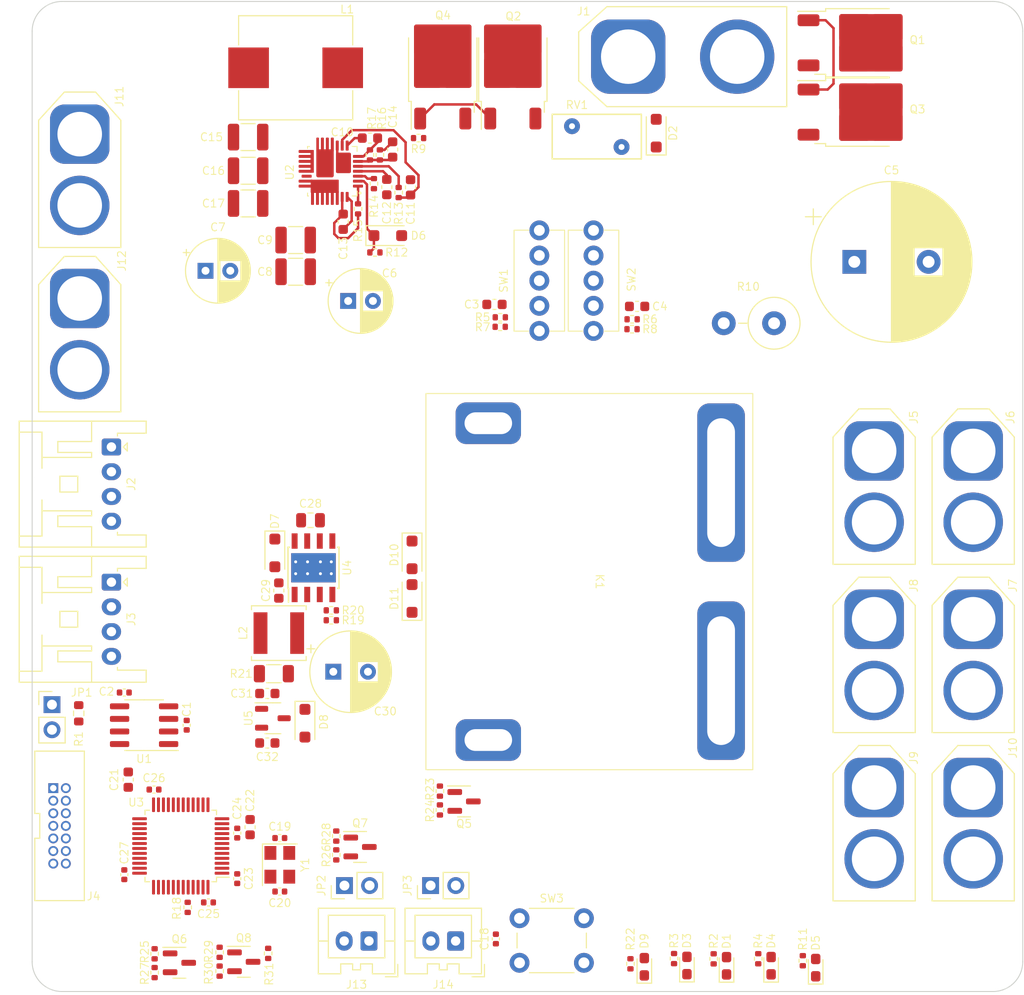
<source format=kicad_pcb>
(kicad_pcb (version 20221018) (generator pcbnew)
  (layers (0 "F.Cu" signal) (31 "B.Cu" signal) (34 "B.Paste" user) (35 "F.Paste" user) (36 "B.SilkS" user "B.Silkscreen") (37 "F.SilkS" user "F.Silkscreen") (38 "B.Mask" user) (39 "F.Mask" user) (44 "Edge.Cuts" user))
  (net 0 "")
  (net 1 "GND")
  (net 2 "+5V")
  (net 3 "+3.3V")
  (net 4 "+BATT")
  (net 5 "Net-(Q1-G)")
  (net 6 "Net-(Q2-G)")
  (net 7 "Actuator_Power")
  (net 8 "Logic_line_Power")
  (net 9 "+12V")
  (net 10 "/Stepdown_12V_8A/GND")
  (net 11 "Net-(U2-V_{CC})")
  (net 12 "Net-(U2-SS)")
  (net 13 "Net-(C13-Pad1)")
  (net 14 "Net-(U2-BST)")
  (net 15 "Net-(U2-FB)")
  (net 16 "Net-(SW3-B)")
  (net 17 "Net-(U3-PD1)")
  (net 18 "Net-(U3-PD0)")
  (net 19 "Net-(U4-BOOT)")
  (net 20 "Net-(D7-K)")
  (net 21 "Net-(D1-A)")
  (net 22 "Net-(D3-A)")
  (net 23 "Net-(D4-A)")
  (net 24 "Net-(D5-A)")
  (net 25 "Net-(D6-K)")
  (net 26 "Net-(D11-K)")
  (net 27 "Net-(D9-A)")
  (net 28 "Net-(D10-A)")
  (net 29 "Net-(J2-Pin_3)")
  (net 30 "Net-(J2-Pin_4)")
  (net 33 "/STM32F103/SWDIO")
  (net 34 "/STM32F103/SWCLK")
  (net 35 "/STM32F103/SWO")
  (net 42 "/Power_relay/Main_power_OUT")
  (net 43 "Net-(J13-Pin_1)")
  (net 44 "Net-(J13-Pin_2)")
  (net 45 "/EMS/Relay_Signal_OUT")
  (net 46 "Net-(JP1-A)")
  (net 47 "Net-(Q1-D)")
  (net 48 "Net-(Q2-D)")
  (net 49 "Net-(Q5-G)")
  (net 50 "Net-(Q6-G)")
  (net 51 "Net-(Q6-D)")
  (net 52 "Net-(Q7-G)")
  (net 53 "Net-(Q8-G)")
  (net 54 "/EMS/MCU_EMS_Observe")
  (net 55 "MCU_running")
  (net 56 "Net-(SW1-B)")
  (net 57 "Net-(SW2-B)")
  (net 58 "Net-(U2-P_{GOOD})")
  (net 59 "Net-(U2-T_{ON})")
  (net 60 "Net-(U2-I_{LIM})")
  (net 61 "Net-(U3-BOOT0)")
  (net 62 "Net-(U4-VSENSE)")
  (net 63 "/EMS/MCU_EMC_signal")
  (net 64 "/STM32F103/CAN_TX")
  (net 65 "/STM32F103/CAN_RX")
  (footprint "Capacitor_SMD:C_0402_1005Metric" (layer "F.Cu") (at 112.3 129.6)
    (fp_text reference "C26")
    (fp_text value "0.1uF")
  )
  (footprint "Capacitor_THT:CP_Radial_D6.3mm_P2.50mm" (layer "F.Cu") (at 131.9 80.25)
    (fp_text reference "C6")
    (fp_text value "100uF")
  )
  (footprint "Capacitor_SMD:C_0402_1005Metric" (layer "F.Cu") (at 117.8 141 180)
    (fp_text reference "C25")
    (fp_text value "0.1uF")
  )
  (footprint "Resistor_SMD:R_0402_1005Metric" (layer "F.Cu") (at 118.925 146.04 90)
    (fp_text reference "R29")
    (fp_text value "100")
  )
  (footprint "Resistor_SMD:R_0402_1005Metric" (layer "F.Cu") (at 130.2 111.5 180)
    (fp_text reference "R20")
    (fp_text value "3.9k")
  )
  (footprint "Resistor_SMD:R_0402_1005Metric" (layer "F.Cu") (at 139.01 63.8 180)
    (fp_text reference "R9")
    (fp_text value "10k")
  )
  (footprint "LED_SMD:LED_0603_1608Metric_Pad1.05x0.95mm_HandSolder" (layer "F.Cu") (at 174.6 147.39 90)
    (fp_text reference "D4")
    (fp_text value "LED")
  )
  (footprint "Resistor_SMD:R_0402_1005Metric" (layer "F.Cu") (at 160.56 83.1 180)
    (fp_text reference "R8")
    (fp_text value "10k")
  )
  (footprint "Resistor_SMD:R_0402_1005Metric" (layer "F.Cu") (at 112.3625 146.19 90)
    (fp_text reference "R25")
    (fp_text value "100")
  )
  (footprint "Resistor_SMD:R_0402_1005Metric" (layer "F.Cu") (at 141.1625 131.66 -90)
    (fp_text reference "R24")
    (fp_text value "10k")
  )
  (footprint "Capacitor_SMD:C_0603_1608Metric" (layer "F.Cu") (at 146.67 80.6)
    (fp_text reference "C3")
    (fp_text value "0.1uF")
  )
  (footprint "Connector_JST:JST_XA_B02B-XASK-1_1x02_P2.50mm_Vertical" (layer "F.Cu") (at 134 144.9 180)
    (fp_text reference "J13")
    (fp_text value "Conn_01x02")
  )
  (footprint "Capacitor_THT:CP_Radial_D8.0mm_P3.50mm" (layer "F.Cu") (at 130.4 117.7)
    (fp_text reference "C30")
    (fp_text value "220uF")
  )
  (footprint "Resistor_SMD:R_0402_1005Metric" (layer "F.Cu") (at 134.6 75.35 180)
    (fp_text reference "R12")
    (fp_text value "10k")
  )
  (footprint "Resistor_SMD:R_1206_3216Metric" (layer "F.Cu") (at 124.4 117.9 180)
    (fp_text reference "R21")
    (fp_text value "10k")
  )
  (footprint "Resistor_SMD:R_0402_1005Metric" (layer "F.Cu") (at 164.8 146.675 90)
    (fp_text reference "R3")
    (fp_text value "10k")
  )
  (footprint "Package_TO_SOT_SMD:TO-252-2" (layer "F.Cu") (at 141.45 56.785 90)
    (fp_text reference "Q4")
    (fp_text value "Q_PMOS_GSD")
  )
  (footprint "Capacitor_SMD:C_0603_1608Metric" (layer "F.Cu") (at 138.2 68.775 90)
    (fp_text reference "C11")
    (fp_text value "4.7u")
  )
  (footprint "Capacitor_SMD:C_0402_1005Metric" (layer "F.Cu") (at 115.6 123.1 90)
    (fp_text reference "C1")
    (fp_text value "0.1uF")
  )
  (footprint "Resistor_SMD:R_0402_1005Metric" (layer "F.Cu") (at 134.5 68.4 -90)
    (fp_text reference "R14")
    (fp_text value "205k")
  )
  (footprint "Package_TO_SOT_SMD:TO-252-2" (layer "F.Cu") (at 148.525 56.785 90)
    (fp_text reference "Q2")
    (fp_text value "Q_PMOS_GSD")
  )
  (footprint "RDC_generic:XR76208" (layer "F.Cu") (at 130.3 67.15)
    (fp_text reference "U2")
    (fp_text value "XR76208")
  )
  (footprint "Resistor_SMD:R_0402_1005Metric" (layer "F.Cu") (at 118.925 147.94 -90)
    (fp_text reference "R30")
    (fp_text value "10k")
  )
  (footprint "Capacitor_SMD:C_0603_1608Metric" (layer "F.Cu") (at 123.7375 119.9 180)
    (fp_text reference "C31")
    (fp_text value "1uF")
  )
  (footprint "Capacitor_SMD:C_0603_1608Metric" (layer "F.Cu") (at 123.7375 124.9 180)
    (fp_text reference "C32")
    (fp_text value "1uF")
  )
  (footprint "Connector_AMASS:AMASS_XT60-F_1x02_P7.20mm_Vertical" (layer "F.Cu") (at 104.8 63.4 -90)
    (fp_text reference "J11")
    (fp_text value "Conn_01x02")
  )
  (footprint "Diode_SMD:D_SOD-123F" (layer "F.Cu") (at 124.5 105.7 -90)
    (fp_text reference "D7")
    (fp_text value "D_Schottky")
  )
  (footprint "Capacitor_SMD:C_1210_3225Metric" (layer "F.Cu") (at 121.8 63.7)
    (fp_text reference "C15")
    (fp_text value "47uF")
  )
  (footprint "Capacitor_SMD:C_0603_1608Metric" (layer "F.Cu") (at 124.9 109.5 90)
    (fp_text reference "C29")
    (fp_text value "0.01uF")
  )
  (footprint "Resistor_SMD:R_0402_1005Metric" (layer "F.Cu") (at 112.3625 148.09 -90)
    (fp_text reference "R27")
    (fp_text value "10k")
  )
  (footprint "RDC_generic:JTAG_box_connector" (layer "F.Cu") (at 102.765 142.22)
    (fp_text reference "J4")
    (fp_text value "STlink_v3")
  )
  (footprint "Package_TO_SOT_SMD:SOT-23" (layer "F.Cu") (at 143.6 130.8)
    (fp_text reference "Q5")
    (fp_text value "Q_NMOS_GSD")
  )
  (footprint "Connector_JST:JST_XA_S04B-XASK-1_1x04_P2.50mm_Horizontal" (layer "F.Cu") (at 108 95 -90)
    (fp_text reference "J2")
    (fp_text value "Conn_01x04")
  )
  (footprint "Resistor_SMD:R_0402_1005Metric" (layer "F.Cu") (at 137 69.3 -90)
    (fp_text reference "R13")
    (fp_text value "10k")
  )
  (footprint "Connector_PinHeader_2.54mm:PinHeader_1x02_P2.54mm_Vertical" (layer "F.Cu") (at 140.225 139.3 90)
    (fp_text reference "JP3")
    (fp_text value "Jumper")
  )
  (footprint "LED_SMD:LED_0603_1608Metric_Pad1.05x0.95mm_HandSolder" (layer "F.Cu") (at 161.8 147.5 90)
    (fp_text reference "D9")
    (fp_text value "LED")
  )
  (footprint "Diode_SMD:D_SOD-123F" (layer "F.Cu") (at 138.35 105.9 -90)
    (fp_text reference "D10")
    (fp_text value "D_Schottky")
  )
  (footprint "Capacitor_SMD:C_1210_3225Metric" (layer "F.Cu") (at 126.6 77.3 180)
    (fp_text reference "C8")
    (fp_text value "10u")
  )
  (footprint "Varistor:RV_Disc_D9mm_W4.5mm_P5mm" (layer "F.Cu") (at 159.5 64.7 180)
    (fp_text reference "RV1")
    (fp_text value "Varistor")
  )
  (footprint "Connector_AMASS:AMASS_XT60-F_1x02_P7.20mm_Vertical" (layer "F.Cu") (at 185 112.4 -90)
    (fp_text reference "J8")
    (fp_text value "Conn_01x02")
  )
  (footprint "Connector_PinHeader_2.54mm:PinHeader_1x02_P2.54mm_Vertical" (layer "F.Cu") (at 131.525 139.3 90)
    (fp_text reference "JP2")
    (fp_text value "Jumper")
  )
  (footprint "Capacitor_THT:CP_Radial_D16.0mm_P7.50mm" (layer "F.Cu") (at 183 76.3)
    (fp_text reference "C5")
    (fp_text value "1000uF")
  )
  (footprint "Connector_AMASS:AMASS_XT60-F_1x02_P7.20mm_Vertical" (layer "F.Cu") (at 195 129.4 -90)
    (fp_text reference "J10")
    (fp_text value "Conn_01x02")
  )
  (footprint "Capacitor_SMD:C_0402_1005Metric" (layer "F.Cu") (at 120.7 138.6 -90)
    (fp_text reference "C23")
    (fp_text value "0.1uF")
  )
  (footprint "Crystal:Crystal_SMD_SeikoEpson_FA238V-4Pin_3.2x2.5mm" (layer "F.Cu") (at 125 137.2 -90)
    (fp_text reference "Y1")
    (fp_text value "12MHz")
  )
  (footprint "Connector_AMASS:AMASS_XT60-F_1x02_P7.20mm_Vertical" (layer "F.Cu") (at 104.8 80 -90)
    (fp_text reference "J12")
    (fp_text value "Conn_01x02")
  )
  (footprint "Capacitor_SMD:C_0603_1608Metric" (layer "F.Cu") (at 122 133.4 -90)
    (fp_text reference "C22")
    (fp_text value "10uF")
  )
  (footprint "Package_TO_SOT_SMD:SOT-23-3" (layer "F.Cu") (at 124.3 122.4)
    (fp_text reference "U5")
    (fp_text value "XC6206P332MR-G")
  )
  (footprint "Diode_SMD:D_SOD-123F" (layer "F.Cu") (at 163 63.3 90)
    (fp_text reference "D2")
    (fp_text value "D")
  )
  (footprint "Capacitor_SMD:C_0402_1005Metric" (layer "F.Cu") (at 146.8125 144.69 90)
    (fp_text reference "C18")
    (fp_text value "0.1uF")
  )
  (footprint "Capacitor_SMD:C_0402_1005Metric" (layer "F.Cu") (at 120.7 134 -90)
    (fp_text reference "C24")
    (fp_text value "0.1uF")
  )
  (footprint "Diode_SMD:D_SOD-123F" (layer "F.Cu") (at 127.5375 122.9 -90)
    (fp_text reference "D8")
    (fp_text value "D_Schottky")
  )
  (footprint "Inductor_SMD:L_Sunlord_MWSA1004S" (layer "F.Cu") (at 126.6 56.7 180)
    (fp_text reference "L1")
    (fp_text value "8.2u")
  )
  (footprint "Capacitor_SMD:C_0402_1005Metric" (layer "F.Cu") (at 125 134.5)
    (fp_text reference "C19")
    (fp_text value "10pF")
  )
  (footprint "RDC_generic:Toggle_switch" (layer "F.Cu") (at 151.2 78.2 90)
    (fp_text reference "SW1")
    (fp_text value "SW_SPST")
  )
  (footprint "Resistor_SMD:R_0402_1005Metric" (layer "F.Cu") (at 130.2 112.5)
    (fp_text reference "R19")
    (fp_text value "12k")
  )
  (footprint "Diode_SMD:D_SOD-123F" (layer "F.Cu") (at 135.9 73.65)
    (fp_text reference "D6")
    (fp_text value "D_Zener")
  )
  (footprint "MountingHole:MountingHole_3.2mm_M3" (layer "F.Cu") (at 105 55)
    (fp_text reference "H1" hide)
    (fp_text value "MountingHole")
  )
  (footprint "Capacitor_SMD:C_0402_1005Metric" (layer "F.Cu") (at 109.3 119.8 180)
    (fp_text reference "C2")
    (fp_text value "0.1uF")
  )
  (footprint "Resistor_SMD:R_0402_1005Metric" (layer "F.Cu") (at 147.26 81.9)
    (fp_text reference "R5")
    (fp_text value "10k")
  )
  (footprint "Package_TO_SOT_SMD:TO-252-2" (layer "F.Cu") (at 183.415 61.175)
    (fp_text reference "Q3")
    (fp_text value "Q_PMOS_GSD")
  )
  (footprint "Resistor_SMD:R_0402_1005Metric" (layer "F.Cu") (at 177.8 146.89 90)
    (fp_text reference "R11")
    (fp_text value "10k")
  )
  (footprint "LED_SMD:LED_0603_1608Metric_Pad1.05x0.95mm_HandSolder" (layer "F.Cu") (at 170.1 147.4 90)
    (fp_text reference "D1")
    (fp_text value "LED")
  )
  (footprint "Resistor_SMD:R_0402_1005Metric" (layer "F.Cu") (at 168.8 146.7 90)
    (fp_text reference "R2")
    (fp_text value "10k")
  )
  (footprint "Capacitor_SMD:C_1210_3225Metric" (layer "F.Cu") (at 126.6 74.1 180)
    (fp_text reference "C9")
    (fp_text value "10u")
  )
  (footprint "Package_TO_SOT_SMD:SOT-23" (layer "F.Cu") (at 133.1 135.4)
    (fp_text reference "Q7")
    (fp_text value "Q_PMOS_GSD")
  )
  (footprint "Connector_JST:JST_XA_S04B-XASK-1_1x04_P2.50mm_Horizontal" (layer "F.Cu") (at 108 108.65 -90)
    (fp_text reference "J3")
    (fp_text value "Conn_01x04")
  )
  (footprint "Resistor_SMD:R_0402_1005Metric" (layer "F.Cu") (at 147.25 82.86 180)
    (fp_text reference "R7")
    (fp_text value "10k")
  )
  (footprint "RDC_generic:XT90-M" (layer "F.Cu") (at 165.65 61.7)
    (fp_text reference "J1")
    (fp_text value "Conn_01x02")
  )
  (footprint "Capacitor_SMD:C_0603_1608Metric" (layer "F.Cu") (at 131.4 72.25 -90)
    (fp_text reference "C13")
    (fp_text value "1u")
  )
  (footprint "Resistor_SMD:R_0402_1005Metric" (layer "F.Cu") (at 173.3 146.69 90)
    (fp_text reference "R4")
    (fp_text value "10k")
  )
  (footprint "MountingHole:MountingHole_3.2mm_M3" (layer "F.Cu") (at 105 145)
    (fp_text reference "H3" hide)
    (fp_text value "MountingHole")
  )
  (footprint "Button_Switch_THT:SW_PUSH_6mm_H7.3mm" (layer "F.Cu") (at 149.2 142.6)
    (fp_text reference "SW3")
    (fp_text value "SW_SPST")
  )
  (footprint "Capacitor_SMD:C_0603_1608Metric" (layer "F.Cu") (at 109.7 128.6 90)
    (fp_text reference "C21")
    (fp_text value "10uF")
  )
  (footprint "Resistor_THT:R_Axial_DIN0516_L15.5mm_D5.0mm_P5.08mm_Vertical" (layer "F.Cu") (at 174.9 82.5 180)
    (fp_text reference "R10")
    (fp_text value "10k")
  )
  (footprint "LED_SMD:LED_0603_1608Metric_Pad1.05x0.95mm_HandSolder" (layer "F.Cu") (at 179.1 147.59 90)
    (fp_text reference "D5")
    (fp_text value "LED")
  )
  (footprint "LED_SMD:LED_0603_1608Metric_Pad1.05x0.95mm_HandSolder" (layer "F.Cu") (at 166.1 147.375 90)
    (fp_text reference "D3")
    (fp_text value "LED")
  )
  (footprint "Connector_AMASS:AMASS_XT60-F_1x02_P7.20mm_Vertical" (layer "F.Cu") (at 185 95.4 -90)
    (fp_text reference "J5")
    (fp_text value "Conn_01x02")
  )
  (footprint "Capacitor_SMD:C_0603_1608Metric" (layer "F.Cu") (at 135.8 68.75 -90)
    (fp_text reference "C12")
    (fp_text value "47n")
  )
  (footprint "Capacitor_SMD:C_0603_1608Metric" (layer "F.Cu") (at 161.07 80.8)
    (fp_text reference "C4")
    (fp_text value "0.1uF")
  )
  (footprint "RDC_generic:HE1AN-W-DC12V-Y6" (layer "F.Cu") (at 136.05 108.6 -90)
    (fp_text reference "K1")
    (fp_text value "HE1AN-W-DC12V-Y6")
  )
  (footprint "Capacitor_SMD:C_0805_2012Metric" (layer "F.Cu") (at 128.1 102.4)
    (fp_text reference "C28")
    (fp_text value "10uF")
  )
  (footprint "Connector_JST:JST_XA_B02B-XASK-1_1x02_P2.50mm_Vertical" (layer "F.Cu") (at 142.75 144.9 180)
    (fp_text reference "J14")
    (fp_text value "Conn_01x02")
  )
  (footprint "Connector_AMASS:AMASS_XT60-F_1x02_P7.20mm_Vertical" (layer "F.Cu") (at 195 112.4 -90)
    (fp_text reference "J7")
    (fp_text value "Conn_01x02")
  )
  (footprint "MountingHole:MountingHole_3.2mm_M3" (layer "F.Cu") (at 195 55)
    (fp_text reference "H2" hide)
    (fp_text value "MountingHole")
  )
  (footprint "Package_TO_SOT_SMD:SOT-23" (layer "F.Cu") (at 121.3625 147)
    (fp_text reference "Q8")
    (fp_text value "Q_NMOS_GSD")
  )
  (footprint "Capacitor_THT:CP_Radial_D6.3mm_P2.50mm" (layer "F.Cu") (at 117.5 77.2)
    (fp_text reference "C7")
    (fp_text value "100uF")
  )
  (footprint "Resistor_SMD:R_0402_1005Metric" (layer "F.Cu") (at 160.4 147.2 90)
    (fp_text reference "R22")
    (fp_text value "10k")
  )
  (footprint "Resistor_SMD:R_0402_1005Metric" (layer "F.Cu") (at 135.1 65.5 -90)
    (fp_text reference "R16")
    (fp_text value "38k")
  )
  (footprint "Capacitor_SMD:C_0603_1608Metric" (layer "F.Cu") (at 134.1 63.8)
    (fp_text reference "C10")
    (fp_text value "0.1u")
  )
  (footprint "Package_TO_SOT_SMD:TO-252-2" (layer "F.Cu") (at 183.415 54.175)
    (fp_text reference "Q1")
    (fp_text value "Q_PMOS_GSD")
  )
  (footprint "Resistor_SMD:R_0402_1005Metric" (layer "F.Cu") (at 130.7 134.3 -90)
    (fp_text reference "R28")
    (fp_text value "10k")
  )
  (footprint "Capacitor_SMD:C_0603_1608Metric" (layer "F.Cu") (at 136.39 64.95 -90)
    (fp_text reference "C14")
    (fp_text value "68p")
  )
  (footprint "Resistor_SMD:R_0402_1005Metric" (layer "F.Cu") (at 141.1625 129.76 -90)
    (fp_text reference "R23")
    (fp_text value "100")
  )
  (footprint "Capacitor_SMD:C_1210_3225Metric" (layer "F.Cu") (at 121.8 67.1)
    (fp_text reference "C16")
    (fp_text value "47uF")
  )
  (footprint "Inductor_SMD:L_Sunlord_SWPA5040S" (layer "F.Cu") (at 124.9 113.8)
    (fp_text reference "L2")
    (fp_text value "15uH")
  )
  (footprint "Resistor_SMD:R_0402_1005Metric" (layer "F.Cu") (at 123.825 146.15 -90)
    (fp_text reference "R31")
    (fp_text value "10k")
  )
  (footprint "Connector_PinHeader_2.54mm:PinHeader_1x02_P2.54mm_Vertical" (layer "F.Cu") (at 102 121.025)
    (fp_text reference "JP1")
    (fp_text value "Jumper")
  )
  (footprint "Package_SO:SOIC-8_3.9x4.9mm_P1.27mm" (layer "F.Cu") (at 111.3 123.1 180)
    (fp_text reference "U1")
    (fp_text value "MCP2562-H-SN")
  )
  (footprint "Package_QFP:LQFP-48_7x7mm_P0.5mm" (layer "F.Cu") (at 115 135.3 180)
    (fp_text reference "U3")
    (fp_text value "STM32F103CBTx")
  )
  (footprint "Resistor_SMD:R_0603_1608Metric" (layer "F.Cu") (at 104.7 121.9 -90)
    (fp_text reference "R1")
    (fp_text value "120")
  )
  (footprint "Resistor_SMD:R_0402_1005Metric" (layer "F.Cu") (at 115.7 141.5 -90)
    (fp_text reference "R18")
    (fp_text value "10k")
  )
  (footprint "Package_SO:TI_SO-PowerPAD-8_ThermalVias" (layer "F.Cu") (at 128.4 107.2 90)
    (fp_text reference "U4")
    (fp_text value "TPS5430DDA")
  )
  (footprint "Diode_SMD:D_SOD-123F" (layer "F.Cu") (at 138.35 110.3 90)
    (fp_text reference "D11")
    (fp_text value "D_Zener")
  )
  (footprint "Resistor_SMD:R_0402_1005Metric" (layer "F.Cu") (at 130.7 136.2 90)
    (fp_text reference "R26")
    (fp_text value "10k")
  )
  (footprint "Capacitor_SMD:C_0402_1005Metric" (layer "F.Cu") (at 109.3 138.2 90)
    (fp_text reference "C27")
    (fp_text value "0.1uF")
  )
  (footprint "Capacitor_SMD:C_0402_1005Metric" (layer "F.Cu") (at 125 139.9 180)
    (fp_text reference "C20")
    (fp_text value "10pF")
  )
  (footprint "MountingHole:MountingHole_3.2mm_M3" (layer "F.Cu") (at 195 145)
    (fp_text reference "H4" hide)
    (fp_text value "MountingHole")
  )
  (footprint "Package_TO_SOT_SMD:SOT-23" (layer "F.Cu") (at 114.8625 147.1)
    (fp_text reference "Q6")
    (fp_text value "Q_NMOS_GSD")
  )
  (footprint "Capacitor_SMD:C_1210_3225Metric" (layer "F.Cu") (at 121.8 70.4)
    (fp_text reference "C17")
    (fp_text value "47uF")
  )
  (footprint "RDC_generic:Toggle_switch" (layer "F.Cu") (at 156.67 78.2 90)
    (fp_text reference "SW2")
    (fp_text value "SW_SPST")
  )
  (footprint "Connector_AMASS:AMASS_XT60-F_1x02_P7.20mm_Vertical" (layer "F.Cu") (at 185 129.4 -90)
    (fp_text reference "J9")
    (fp_text value "Conn_01x02")
  )
  (footprint "Resistor_SMD:R_0402_1005Metric" (layer "F.Cu") (at 132.9 70.95 90)
    (fp_text reference "R15")
    (fp_text value "4.7k")
  )
  (footprint "Resistor_SMD:R_0402_1005Metric" (layer "F.Cu") (at 160.57 82.1)
    (fp_text reference "R6")
    (fp_text value "10k")
  )
  (footprint "Connector_AMASS:AMASS_XT60-F_1x02_P7.20mm_Vertical" (layer "F.Cu") (at 195 95.4 -90)
    (fp_text reference "J6")
    (fp_text value "Conn_01x02")
  )
  (footprint "Resistor_SMD:R_0402_1005Metric" (layer "F.Cu") (at 134.1 65.5 90)
    (fp_text reference "R17")
    (fp_text value "2k")
  )
  (gr_line (start 197 50) (end 103 50) (stroke (width 0.1)) (layer "Edge.Cuts"))
  (gr_arc (start 200 147) (mid 199.12132 149.12132) (end 197 150) (stroke (width 0.1)) (layer "Edge.Cuts"))
  (gr_line (start 100 53) (end 100 147) (stroke (width 0.1)) (layer "Edge.Cuts"))
  (gr_line (start 200 147) (end 200 53) (stroke (width 0.1)) (layer "Edge.Cuts"))
  (gr_line (start 103 150) (end 197 150) (stroke (width 0.1)) (layer "Edge.Cuts"))
  (gr_arc (start 100 53) (mid 100.87868 50.87868) (end 103 50) (stroke (width 0.1)) (layer "Edge.Cuts"))
  (gr_arc (start 103 150) (mid 100.87868 149.12132) (end 100 147) (stroke (width 0.1)) (layer "Edge.Cuts"))
  (gr_arc (start 197 50) (mid 199.12132 50.87868) (end 200 53) (stroke (width 0.1)) (layer "Edge.Cuts"))
  (segment (start 180.9 52.7) (end 180.9 58.3) (width 0.25) (layer "F.Cu") (net 5))
  (segment (start 180.305 58.895) (end 178.375 58.895) (width 0.25) (layer "F.Cu") (net 5))
  (segment (start 180.9 58.3) (end 180.305 58.895) (width 0.25) (layer "F.Cu") (net 5))
  (segment (start 178.375 51.895) (end 180.095 51.895) (width 0.25) (layer "F.Cu") (net 5))
  (segment (start 180.095 51.895) (end 180.9 52.7) (width 0.25) (layer "F.Cu") (net 5))
  (segment (start 146.245 61.825) (end 144.82 60.4) (width 0.25) (layer "F.Cu") (net 6))
  (segment (start 144.82 60.4) (end 140.595 60.4) (width 0.25) (layer "F.Cu") (net 6))
  (segment (start 140.595 60.4) (end 139.17 61.825) (width 0.25) (layer "F.Cu") (net 6))
  (segment (start 132.558 63.8) (end 131.8 64.558) (width 0.25) (layer "F.Cu") (net 8))
  (segment (start 133.325 63.8) (end 132.558 63.8) (width 0.25) (layer "F.Cu") (net 8))
  (segment (start 135.1 64.99) (end 135.575 64.99) (width 0.25) (layer "F.Cu") (net 9))
  (segment (start 135.575 64.99) (end 136.39 64.175) (width 0.25) (layer "F.Cu") (net 9))
  (segment (start 130.8 65.676) (end 131.4265 66.3025) (width 0.25) (layer "F.Cu") (net 10))
  (segment (start 133.44 65.65) (end 134.1 64.99) (width 0.25) (layer "F.Cu") (net 10))
  (segment (start 130.8 64.558) (end 130.8 65.676) (width 0.25) (layer "F.Cu") (net 10))
  (segment (start 134.875 64.215) (end 134.1 64.99) (width 0.25) (layer "F.Cu") (net 10))
  (segment (start 134.875 63.8) (end 134.875 64.215) (width 0.25) (layer "F.Cu") (net 10))
  (segment (start 132.892 65.65) (end 133.44 65.65) (width 0.25) (layer "F.Cu") (net 10))
  (segment (start 139 68.75) (end 138.2 69.55) (width 0.25) (layer "F.Cu") (net 11))
  (segment (start 139 67.540948) (end 139 68.75) (width 0.25) (layer "F.Cu") (net 11))
  (segment (start 137 69.81) (end 137.94 69.81) (width 0.25) (layer "F.Cu") (net 11))
  (segment (start 137.94 69.81) (end 138.2 69.55) (width 0.25) (layer "F.Cu") (net 11))
  (segment (start 137.7 66.240948) (end 139 67.540948) (width 0.25) (layer "F.Cu") (net 11))
  (segment (start 131.3 64.558) (end 131.3 63.982236) (width 0.25) (layer "F.Cu") (net 11))
  (segment (start 132.282236 63) (end 136.474052 63) (width 0.25) (layer "F.Cu") (net 11))
  (segment (start 136.474052 63) (end 137.7 64.225948) (width 0.25) (layer "F.Cu") (net 11))
  (segment (start 131.3 63.982236) (end 132.282236 63) (width 0.25) (layer "F.Cu") (net 11))
  (segment (start 137.7 64.225948) (end 137.7 66.240948) (width 0.25) (layer "F.Cu") (net 11))
  (segment (start 135.425 67.15) (end 132.892 67.15) (width 0.25) (layer "F.Cu") (net 12))
  (segment (start 135.8 67.975) (end 135.8 67.525) (width 0.25) (layer "F.Cu") (net 12))
  (segment (start 135.8 67.525) (end 135.425 67.15) (width 0.25) (layer "F.Cu") (net 12))
  (segment (start 130.5 72.375) (end 131.3 71.575) (width 0.25) (layer "F.Cu") (net 13))
  (segment (start 132.9 72.9) (end 131.9 73.9) (width 0.25) (layer "F.Cu") (net 13))
  (segment (start 132.9 71.46) (end 132.9 72.9) (width 0.25) (layer "F.Cu") (net 13))
  (segment (start 130.5 73.484052) (end 130.5 72.375) (width 0.25) (layer "F.Cu") (net 13))
  (segment (start 130.915948 73.9) (end 130.5 73.484052) (width 0.25) (layer "F.Cu") (net 13))
  (segment (start 131.3 71.575) (end 131.3 69.7424) (width 0.25) (layer "F.Cu") (net 13))
  (segment (start 131.9 73.9) (end 130.915948 73.9) (width 0.25) (layer "F.Cu") (net 13))
  (segment (start 131.4 73.025) (end 132.255 72.17) (width 0.25) (layer "F.Cu") (net 14))
  (segment (start 132.255 70.1974) (end 131.8 69.7424) (width 0.25) (layer "F.Cu") (net 14))
  (segment (start 131.3 73.025) (end 131.4 73.025) (width 0.25) (layer "F.Cu") (net 14))
  (segment (start 132.255 72.17) (end 132.255 70.1974) (width 0.25) (layer "F.Cu") (net 14))
  (segment (start 134.1 66.01) (end 136.105 66.01) (width 0.25) (layer "F.Cu") (net 15))
  (segment (start 134.1 66.01) (end 133.96 66.15) (width 0.25) (layer "F.Cu") (net 15))
  (segment (start 133.96 66.15) (end 132.892 66.15) (width 0.25) (layer "F.Cu") (net 15))
  (segment (start 136.105 66.01) (end 136.39 65.725) (width 0.25) (layer "F.Cu") (net 15))
  (segment (start 134.5 74.94) (end 134.09 75.35) (width 0.25) (layer "F.Cu") (net 25))
  (segment (start 132.892 68.15) (end 133.467764 68.15) (width 0.25) (layer "F.Cu") (net 25))
  (segment (start 133.8 68.482236) (end 133.8 72.95) (width 0.25) (layer "F.Cu") (net 25))
  (segment (start 133.8 72.95) (end 134.5 73.65) (width 0.25) (layer "F.Cu") (net 25))
  (segment (start 133.467764 68.15) (end 133.8 68.482236) (width 0.25) (layer "F.Cu") (net 25))
  (segment (start 134.5 73.65) (end 134.5 74.94) (width 0.25) (layer "F.Cu") (net 25))
  (segment (start 136 66.65) (end 132.892 66.65) (width 0.25) (layer "F.Cu") (net 58))
  (segment (start 137 68.79) (end 137 67.65) (width 0.25) (layer "F.Cu") (net 58))
  (segment (start 137 67.65) (end 136 66.65) (width 0.25) (layer "F.Cu") (net 58))
  (segment (start 133.85416 67.9) (end 134.49 67.9) (width 0.25) (layer "F.Cu") (net 59))
  (segment (start 133.60416 67.65) (end 133.85416 67.9) (width 0.25) (layer "F.Cu") (net 59))
  (segment (start 132.892 67.65) (end 133.60416 67.65) (width 0.25) (layer "F.Cu") (net 59))
  (segment (start 134.49 67.9) (end 134.5 67.89) (width 0.25) (layer "F.Cu") (net 59))
  (segment (start 132.9 68.658) (end 132.892 68.65) (width 0.25) (layer "F.Cu") (net 60))
  (segment (start 132.9 70.44) (end 132.9 68.658) (width 0.25) (layer "F.Cu") (net 60))
)
</source>
